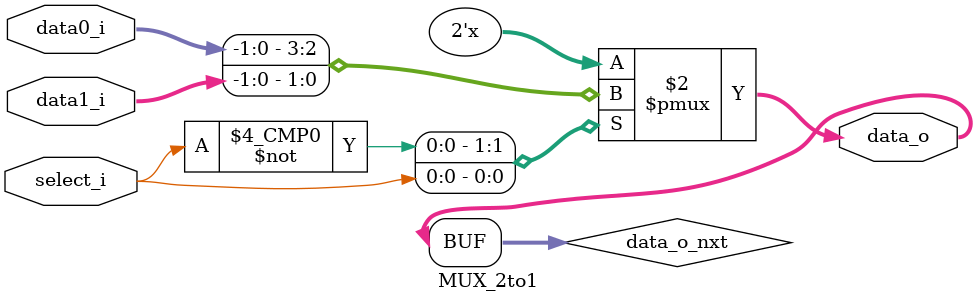
<source format=v>
`timescale 1ns / 1ps
     
module MUX_2to1(
               data0_i,
               data1_i,
               select_i,
               data_o
               );

parameter size = 0;			   
			
//I/O ports               
input   [size-1:0] data0_i;          
input   [size-1:0] data1_i;
input              select_i;
output  [size-1:0] data_o; 

//Internal Signals
reg     [size-1:0] data_o_nxt;

assign data_o = data_o_nxt;

//Main function
always@ (*)
begin
	case(select_i)
		1'b0:
		begin
			data_o_nxt = data0_i;
		end
		1'b1:
		begin
			data_o_nxt = data1_i;
		end
	endcase
end

endmodule      
          
          
</source>
